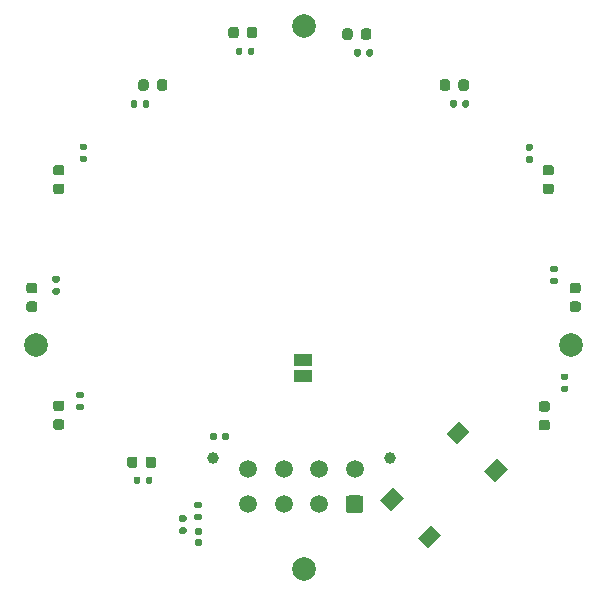
<source format=gbr>
%TF.GenerationSoftware,KiCad,Pcbnew,(5.1.10)-1*%
%TF.CreationDate,2021-10-31T13:05:10-04:00*%
%TF.ProjectId,CAN_Gauge,43414e5f-4761-4756-9765-2e6b69636164,rev?*%
%TF.SameCoordinates,Original*%
%TF.FileFunction,Soldermask,Bot*%
%TF.FilePolarity,Negative*%
%FSLAX46Y46*%
G04 Gerber Fmt 4.6, Leading zero omitted, Abs format (unit mm)*
G04 Created by KiCad (PCBNEW (5.1.10)-1) date 2021-10-31 13:05:10*
%MOMM*%
%LPD*%
G01*
G04 APERTURE LIST*
%ADD10C,0.100000*%
%ADD11R,1.500000X1.000000*%
%ADD12C,1.500000*%
%ADD13C,1.000000*%
%ADD14C,2.000000*%
G04 APERTURE END LIST*
D10*
%TO.C,SW1*%
G36*
X144059829Y-113835713D02*
G01*
X144979068Y-114754952D01*
X143883053Y-115850967D01*
X142963814Y-114931728D01*
X144059829Y-113835713D01*
G37*
G36*
X140877848Y-110653732D02*
G01*
X141797087Y-111572971D01*
X140701072Y-112668986D01*
X139781833Y-111749747D01*
X140877848Y-110653732D01*
G37*
G36*
X146499347Y-105032233D02*
G01*
X147418586Y-105951472D01*
X146322571Y-107047487D01*
X145403332Y-106128248D01*
X146499347Y-105032233D01*
G37*
G36*
X149681328Y-108214214D02*
G01*
X150600567Y-109133453D01*
X149504552Y-110229468D01*
X148585313Y-109310229D01*
X149681328Y-108214214D01*
G37*
%TD*%
D11*
%TO.C,JP1*%
X133240500Y-99926000D03*
X133240500Y-101226000D03*
%TD*%
%TO.C,R5*%
G36*
G01*
X123265500Y-113592500D02*
X122895500Y-113592500D01*
G75*
G02*
X122760500Y-113457500I0J135000D01*
G01*
X122760500Y-113187500D01*
G75*
G02*
X122895500Y-113052500I135000J0D01*
G01*
X123265500Y-113052500D01*
G75*
G02*
X123400500Y-113187500I0J-135000D01*
G01*
X123400500Y-113457500D01*
G75*
G02*
X123265500Y-113592500I-135000J0D01*
G01*
G37*
G36*
G01*
X123265500Y-114612500D02*
X122895500Y-114612500D01*
G75*
G02*
X122760500Y-114477500I0J135000D01*
G01*
X122760500Y-114207500D01*
G75*
G02*
X122895500Y-114072500I135000J0D01*
G01*
X123265500Y-114072500D01*
G75*
G02*
X123400500Y-114207500I0J-135000D01*
G01*
X123400500Y-114477500D01*
G75*
G02*
X123265500Y-114612500I-135000J0D01*
G01*
G37*
%TD*%
%TO.C,C6*%
G36*
G01*
X124244000Y-115084000D02*
X124584000Y-115084000D01*
G75*
G02*
X124724000Y-115224000I0J-140000D01*
G01*
X124724000Y-115504000D01*
G75*
G02*
X124584000Y-115644000I-140000J0D01*
G01*
X124244000Y-115644000D01*
G75*
G02*
X124104000Y-115504000I0J140000D01*
G01*
X124104000Y-115224000D01*
G75*
G02*
X124244000Y-115084000I140000J0D01*
G01*
G37*
G36*
G01*
X124244000Y-114124000D02*
X124584000Y-114124000D01*
G75*
G02*
X124724000Y-114264000I0J-140000D01*
G01*
X124724000Y-114544000D01*
G75*
G02*
X124584000Y-114684000I-140000J0D01*
G01*
X124244000Y-114684000D01*
G75*
G02*
X124104000Y-114544000I0J140000D01*
G01*
X124104000Y-114264000D01*
G75*
G02*
X124244000Y-114124000I140000J0D01*
G01*
G37*
%TD*%
D12*
%TO.C,J2*%
X128622000Y-109118000D03*
X131622000Y-109118000D03*
X134622000Y-109118000D03*
X137622000Y-109118000D03*
X128622000Y-112118000D03*
X131622000Y-112118000D03*
X134622000Y-112118000D03*
G36*
G01*
X138372000Y-111618000D02*
X138372000Y-112618000D01*
G75*
G02*
X138122000Y-112868000I-250000J0D01*
G01*
X137122000Y-112868000D01*
G75*
G02*
X136872000Y-112618000I0J250000D01*
G01*
X136872000Y-111618000D01*
G75*
G02*
X137122000Y-111368000I250000J0D01*
G01*
X138122000Y-111368000D01*
G75*
G02*
X138372000Y-111618000I0J-250000D01*
G01*
G37*
D13*
X125622000Y-108178000D03*
X140622000Y-108178000D03*
%TD*%
D14*
%TO.C,H4*%
X133304000Y-71592000D03*
%TD*%
%TO.C,R30*%
G36*
G01*
X114566000Y-103115000D02*
X114196000Y-103115000D01*
G75*
G02*
X114061000Y-102980000I0J135000D01*
G01*
X114061000Y-102710000D01*
G75*
G02*
X114196000Y-102575000I135000J0D01*
G01*
X114566000Y-102575000D01*
G75*
G02*
X114701000Y-102710000I0J-135000D01*
G01*
X114701000Y-102980000D01*
G75*
G02*
X114566000Y-103115000I-135000J0D01*
G01*
G37*
G36*
G01*
X114566000Y-104135000D02*
X114196000Y-104135000D01*
G75*
G02*
X114061000Y-104000000I0J135000D01*
G01*
X114061000Y-103730000D01*
G75*
G02*
X114196000Y-103595000I135000J0D01*
G01*
X114566000Y-103595000D01*
G75*
G02*
X114701000Y-103730000I0J-135000D01*
G01*
X114701000Y-104000000D01*
G75*
G02*
X114566000Y-104135000I-135000J0D01*
G01*
G37*
%TD*%
%TO.C,D11*%
G36*
G01*
X112835479Y-104216158D02*
X112322979Y-104216158D01*
G75*
G02*
X112104229Y-103997408I0J218750D01*
G01*
X112104229Y-103559908D01*
G75*
G02*
X112322979Y-103341158I218750J0D01*
G01*
X112835479Y-103341158D01*
G75*
G02*
X113054229Y-103559908I0J-218750D01*
G01*
X113054229Y-103997408D01*
G75*
G02*
X112835479Y-104216158I-218750J0D01*
G01*
G37*
G36*
G01*
X112835479Y-105791158D02*
X112322979Y-105791158D01*
G75*
G02*
X112104229Y-105572408I0J218750D01*
G01*
X112104229Y-105134908D01*
G75*
G02*
X112322979Y-104916158I218750J0D01*
G01*
X112835479Y-104916158D01*
G75*
G02*
X113054229Y-105134908I0J-218750D01*
G01*
X113054229Y-105572408D01*
G75*
G02*
X112835479Y-105791158I-218750J0D01*
G01*
G37*
%TD*%
%TO.C,R29*%
G36*
G01*
X112534000Y-93336000D02*
X112164000Y-93336000D01*
G75*
G02*
X112029000Y-93201000I0J135000D01*
G01*
X112029000Y-92931000D01*
G75*
G02*
X112164000Y-92796000I135000J0D01*
G01*
X112534000Y-92796000D01*
G75*
G02*
X112669000Y-92931000I0J-135000D01*
G01*
X112669000Y-93201000D01*
G75*
G02*
X112534000Y-93336000I-135000J0D01*
G01*
G37*
G36*
G01*
X112534000Y-94356000D02*
X112164000Y-94356000D01*
G75*
G02*
X112029000Y-94221000I0J135000D01*
G01*
X112029000Y-93951000D01*
G75*
G02*
X112164000Y-93816000I135000J0D01*
G01*
X112534000Y-93816000D01*
G75*
G02*
X112669000Y-93951000I0J-135000D01*
G01*
X112669000Y-94221000D01*
G75*
G02*
X112534000Y-94356000I-135000J0D01*
G01*
G37*
%TD*%
%TO.C,R21*%
G36*
G01*
X114845400Y-82109200D02*
X114475400Y-82109200D01*
G75*
G02*
X114340400Y-81974200I0J135000D01*
G01*
X114340400Y-81704200D01*
G75*
G02*
X114475400Y-81569200I135000J0D01*
G01*
X114845400Y-81569200D01*
G75*
G02*
X114980400Y-81704200I0J-135000D01*
G01*
X114980400Y-81974200D01*
G75*
G02*
X114845400Y-82109200I-135000J0D01*
G01*
G37*
G36*
G01*
X114845400Y-83129200D02*
X114475400Y-83129200D01*
G75*
G02*
X114340400Y-82994200I0J135000D01*
G01*
X114340400Y-82724200D01*
G75*
G02*
X114475400Y-82589200I135000J0D01*
G01*
X114845400Y-82589200D01*
G75*
G02*
X114980400Y-82724200I0J-135000D01*
G01*
X114980400Y-82994200D01*
G75*
G02*
X114845400Y-83129200I-135000J0D01*
G01*
G37*
%TD*%
%TO.C,D9*%
G36*
G01*
X110047750Y-94942000D02*
X110560250Y-94942000D01*
G75*
G02*
X110779000Y-95160750I0J-218750D01*
G01*
X110779000Y-95598250D01*
G75*
G02*
X110560250Y-95817000I-218750J0D01*
G01*
X110047750Y-95817000D01*
G75*
G02*
X109829000Y-95598250I0J218750D01*
G01*
X109829000Y-95160750D01*
G75*
G02*
X110047750Y-94942000I218750J0D01*
G01*
G37*
G36*
G01*
X110047750Y-93367000D02*
X110560250Y-93367000D01*
G75*
G02*
X110779000Y-93585750I0J-218750D01*
G01*
X110779000Y-94023250D01*
G75*
G02*
X110560250Y-94242000I-218750J0D01*
G01*
X110047750Y-94242000D01*
G75*
G02*
X109829000Y-94023250I0J218750D01*
G01*
X109829000Y-93585750D01*
G75*
G02*
X110047750Y-93367000I218750J0D01*
G01*
G37*
%TD*%
%TO.C,D8*%
G36*
G01*
X112835479Y-84267842D02*
X112322979Y-84267842D01*
G75*
G02*
X112104229Y-84049092I0J218750D01*
G01*
X112104229Y-83611592D01*
G75*
G02*
X112322979Y-83392842I218750J0D01*
G01*
X112835479Y-83392842D01*
G75*
G02*
X113054229Y-83611592I0J-218750D01*
G01*
X113054229Y-84049092D01*
G75*
G02*
X112835479Y-84267842I-218750J0D01*
G01*
G37*
G36*
G01*
X112835479Y-85842842D02*
X112322979Y-85842842D01*
G75*
G02*
X112104229Y-85624092I0J218750D01*
G01*
X112104229Y-85186592D01*
G75*
G02*
X112322979Y-84967842I218750J0D01*
G01*
X112835479Y-84967842D01*
G75*
G02*
X113054229Y-85186592I0J-218750D01*
G01*
X113054229Y-85624092D01*
G75*
G02*
X112835479Y-85842842I-218750J0D01*
G01*
G37*
%TD*%
%TO.C,D3*%
G36*
G01*
X154285021Y-84267842D02*
X153772521Y-84267842D01*
G75*
G02*
X153553771Y-84049092I0J218750D01*
G01*
X153553771Y-83611592D01*
G75*
G02*
X153772521Y-83392842I218750J0D01*
G01*
X154285021Y-83392842D01*
G75*
G02*
X154503771Y-83611592I0J-218750D01*
G01*
X154503771Y-84049092D01*
G75*
G02*
X154285021Y-84267842I-218750J0D01*
G01*
G37*
G36*
G01*
X154285021Y-85842842D02*
X153772521Y-85842842D01*
G75*
G02*
X153553771Y-85624092I0J218750D01*
G01*
X153553771Y-85186592D01*
G75*
G02*
X153772521Y-84967842I218750J0D01*
G01*
X154285021Y-84967842D01*
G75*
G02*
X154503771Y-85186592I0J-218750D01*
G01*
X154503771Y-85624092D01*
G75*
G02*
X154285021Y-85842842I-218750J0D01*
G01*
G37*
%TD*%
%TO.C,H3*%
X155954578Y-98585908D03*
%TD*%
%TO.C,D1*%
G36*
G01*
X153943750Y-104275000D02*
X153431250Y-104275000D01*
G75*
G02*
X153212500Y-104056250I0J218750D01*
G01*
X153212500Y-103618750D01*
G75*
G02*
X153431250Y-103400000I218750J0D01*
G01*
X153943750Y-103400000D01*
G75*
G02*
X154162500Y-103618750I0J-218750D01*
G01*
X154162500Y-104056250D01*
G75*
G02*
X153943750Y-104275000I-218750J0D01*
G01*
G37*
G36*
G01*
X153943750Y-105850000D02*
X153431250Y-105850000D01*
G75*
G02*
X153212500Y-105631250I0J218750D01*
G01*
X153212500Y-105193750D01*
G75*
G02*
X153431250Y-104975000I218750J0D01*
G01*
X153943750Y-104975000D01*
G75*
G02*
X154162500Y-105193750I0J-218750D01*
G01*
X154162500Y-105631250D01*
G75*
G02*
X153943750Y-105850000I-218750J0D01*
G01*
G37*
%TD*%
%TO.C,H2*%
X110653422Y-98585908D03*
%TD*%
%TO.C,H1*%
X133304000Y-117592000D03*
%TD*%
%TO.C,D10*%
G36*
G01*
X119238000Y-108305750D02*
X119238000Y-108818250D01*
G75*
G02*
X119019250Y-109037000I-218750J0D01*
G01*
X118581750Y-109037000D01*
G75*
G02*
X118363000Y-108818250I0J218750D01*
G01*
X118363000Y-108305750D01*
G75*
G02*
X118581750Y-108087000I218750J0D01*
G01*
X119019250Y-108087000D01*
G75*
G02*
X119238000Y-108305750I0J-218750D01*
G01*
G37*
G36*
G01*
X120813000Y-108305750D02*
X120813000Y-108818250D01*
G75*
G02*
X120594250Y-109037000I-218750J0D01*
G01*
X120156750Y-109037000D01*
G75*
G02*
X119938000Y-108818250I0J218750D01*
G01*
X119938000Y-108305750D01*
G75*
G02*
X120156750Y-108087000I218750J0D01*
G01*
X120594250Y-108087000D01*
G75*
G02*
X120813000Y-108305750I0J-218750D01*
G01*
G37*
%TD*%
%TO.C,R19*%
G36*
G01*
X119701000Y-78394000D02*
X119701000Y-78024000D01*
G75*
G02*
X119836000Y-77889000I135000J0D01*
G01*
X120106000Y-77889000D01*
G75*
G02*
X120241000Y-78024000I0J-135000D01*
G01*
X120241000Y-78394000D01*
G75*
G02*
X120106000Y-78529000I-135000J0D01*
G01*
X119836000Y-78529000D01*
G75*
G02*
X119701000Y-78394000I0J135000D01*
G01*
G37*
G36*
G01*
X118681000Y-78394000D02*
X118681000Y-78024000D01*
G75*
G02*
X118816000Y-77889000I135000J0D01*
G01*
X119086000Y-77889000D01*
G75*
G02*
X119221000Y-78024000I0J-135000D01*
G01*
X119221000Y-78394000D01*
G75*
G02*
X119086000Y-78529000I-135000J0D01*
G01*
X118816000Y-78529000D01*
G75*
G02*
X118681000Y-78394000I0J135000D01*
G01*
G37*
%TD*%
%TO.C,D7*%
G36*
G01*
X120190500Y-76360780D02*
X120190500Y-76873280D01*
G75*
G02*
X119971750Y-77092030I-218750J0D01*
G01*
X119534250Y-77092030D01*
G75*
G02*
X119315500Y-76873280I0J218750D01*
G01*
X119315500Y-76360780D01*
G75*
G02*
X119534250Y-76142030I218750J0D01*
G01*
X119971750Y-76142030D01*
G75*
G02*
X120190500Y-76360780I0J-218750D01*
G01*
G37*
G36*
G01*
X121765500Y-76360780D02*
X121765500Y-76873280D01*
G75*
G02*
X121546750Y-77092030I-218750J0D01*
G01*
X121109250Y-77092030D01*
G75*
G02*
X120890500Y-76873280I0J218750D01*
G01*
X120890500Y-76360780D01*
G75*
G02*
X121109250Y-76142030I218750J0D01*
G01*
X121546750Y-76142030D01*
G75*
G02*
X121765500Y-76360780I0J-218750D01*
G01*
G37*
%TD*%
%TO.C,R18*%
G36*
G01*
X129133000Y-73579000D02*
X129133000Y-73949000D01*
G75*
G02*
X128998000Y-74084000I-135000J0D01*
G01*
X128728000Y-74084000D01*
G75*
G02*
X128593000Y-73949000I0J135000D01*
G01*
X128593000Y-73579000D01*
G75*
G02*
X128728000Y-73444000I135000J0D01*
G01*
X128998000Y-73444000D01*
G75*
G02*
X129133000Y-73579000I0J-135000D01*
G01*
G37*
G36*
G01*
X128113000Y-73579000D02*
X128113000Y-73949000D01*
G75*
G02*
X127978000Y-74084000I-135000J0D01*
G01*
X127708000Y-74084000D01*
G75*
G02*
X127573000Y-73949000I0J135000D01*
G01*
X127573000Y-73579000D01*
G75*
G02*
X127708000Y-73444000I135000J0D01*
G01*
X127978000Y-73444000D01*
G75*
G02*
X128113000Y-73579000I0J-135000D01*
G01*
G37*
%TD*%
%TO.C,R17*%
G36*
G01*
X146270000Y-78024000D02*
X146270000Y-78394000D01*
G75*
G02*
X146135000Y-78529000I-135000J0D01*
G01*
X145865000Y-78529000D01*
G75*
G02*
X145730000Y-78394000I0J135000D01*
G01*
X145730000Y-78024000D01*
G75*
G02*
X145865000Y-77889000I135000J0D01*
G01*
X146135000Y-77889000D01*
G75*
G02*
X146270000Y-78024000I0J-135000D01*
G01*
G37*
G36*
G01*
X147290000Y-78024000D02*
X147290000Y-78394000D01*
G75*
G02*
X147155000Y-78529000I-135000J0D01*
G01*
X146885000Y-78529000D01*
G75*
G02*
X146750000Y-78394000I0J135000D01*
G01*
X146750000Y-78024000D01*
G75*
G02*
X146885000Y-77889000I135000J0D01*
G01*
X147155000Y-77889000D01*
G75*
G02*
X147290000Y-78024000I0J-135000D01*
G01*
G37*
%TD*%
%TO.C,R16*%
G36*
G01*
X138144000Y-73706000D02*
X138144000Y-74076000D01*
G75*
G02*
X138009000Y-74211000I-135000J0D01*
G01*
X137739000Y-74211000D01*
G75*
G02*
X137604000Y-74076000I0J135000D01*
G01*
X137604000Y-73706000D01*
G75*
G02*
X137739000Y-73571000I135000J0D01*
G01*
X138009000Y-73571000D01*
G75*
G02*
X138144000Y-73706000I0J-135000D01*
G01*
G37*
G36*
G01*
X139164000Y-73706000D02*
X139164000Y-74076000D01*
G75*
G02*
X139029000Y-74211000I-135000J0D01*
G01*
X138759000Y-74211000D01*
G75*
G02*
X138624000Y-74076000I0J135000D01*
G01*
X138624000Y-73706000D01*
G75*
G02*
X138759000Y-73571000I135000J0D01*
G01*
X139029000Y-73571000D01*
G75*
G02*
X139164000Y-73706000I0J-135000D01*
G01*
G37*
%TD*%
%TO.C,D6*%
G36*
G01*
X126944248Y-72428743D02*
X126944248Y-71916243D01*
G75*
G02*
X127162998Y-71697493I218750J0D01*
G01*
X127600498Y-71697493D01*
G75*
G02*
X127819248Y-71916243I0J-218750D01*
G01*
X127819248Y-72428743D01*
G75*
G02*
X127600498Y-72647493I-218750J0D01*
G01*
X127162998Y-72647493D01*
G75*
G02*
X126944248Y-72428743I0J218750D01*
G01*
G37*
G36*
G01*
X128519248Y-72428743D02*
X128519248Y-71916243D01*
G75*
G02*
X128737998Y-71697493I218750J0D01*
G01*
X129175498Y-71697493D01*
G75*
G02*
X129394248Y-71916243I0J-218750D01*
G01*
X129394248Y-72428743D01*
G75*
G02*
X129175498Y-72647493I-218750J0D01*
G01*
X128737998Y-72647493D01*
G75*
G02*
X128519248Y-72428743I0J218750D01*
G01*
G37*
%TD*%
%TO.C,D4*%
G36*
G01*
X146417500Y-76877750D02*
X146417500Y-76365250D01*
G75*
G02*
X146636250Y-76146500I218750J0D01*
G01*
X147073750Y-76146500D01*
G75*
G02*
X147292500Y-76365250I0J-218750D01*
G01*
X147292500Y-76877750D01*
G75*
G02*
X147073750Y-77096500I-218750J0D01*
G01*
X146636250Y-77096500D01*
G75*
G02*
X146417500Y-76877750I0J218750D01*
G01*
G37*
G36*
G01*
X144842500Y-76877750D02*
X144842500Y-76365250D01*
G75*
G02*
X145061250Y-76146500I218750J0D01*
G01*
X145498750Y-76146500D01*
G75*
G02*
X145717500Y-76365250I0J-218750D01*
G01*
X145717500Y-76877750D01*
G75*
G02*
X145498750Y-77096500I-218750J0D01*
G01*
X145061250Y-77096500D01*
G75*
G02*
X144842500Y-76877750I0J218750D01*
G01*
G37*
%TD*%
%TO.C,D5*%
G36*
G01*
X138162500Y-72559750D02*
X138162500Y-72047250D01*
G75*
G02*
X138381250Y-71828500I218750J0D01*
G01*
X138818750Y-71828500D01*
G75*
G02*
X139037500Y-72047250I0J-218750D01*
G01*
X139037500Y-72559750D01*
G75*
G02*
X138818750Y-72778500I-218750J0D01*
G01*
X138381250Y-72778500D01*
G75*
G02*
X138162500Y-72559750I0J218750D01*
G01*
G37*
G36*
G01*
X136587500Y-72559750D02*
X136587500Y-72047250D01*
G75*
G02*
X136806250Y-71828500I218750J0D01*
G01*
X137243750Y-71828500D01*
G75*
G02*
X137462500Y-72047250I0J-218750D01*
G01*
X137462500Y-72559750D01*
G75*
G02*
X137243750Y-72778500I-218750J0D01*
G01*
X136806250Y-72778500D01*
G75*
G02*
X136587500Y-72559750I0J218750D01*
G01*
G37*
%TD*%
%TO.C,R4*%
G36*
G01*
X124165500Y-112931500D02*
X124535500Y-112931500D01*
G75*
G02*
X124670500Y-113066500I0J-135000D01*
G01*
X124670500Y-113336500D01*
G75*
G02*
X124535500Y-113471500I-135000J0D01*
G01*
X124165500Y-113471500D01*
G75*
G02*
X124030500Y-113336500I0J135000D01*
G01*
X124030500Y-113066500D01*
G75*
G02*
X124165500Y-112931500I135000J0D01*
G01*
G37*
G36*
G01*
X124165500Y-111911500D02*
X124535500Y-111911500D01*
G75*
G02*
X124670500Y-112046500I0J-135000D01*
G01*
X124670500Y-112316500D01*
G75*
G02*
X124535500Y-112451500I-135000J0D01*
G01*
X124165500Y-112451500D01*
G75*
G02*
X124030500Y-112316500I0J135000D01*
G01*
X124030500Y-112046500D01*
G75*
G02*
X124165500Y-111911500I135000J0D01*
G01*
G37*
%TD*%
%TO.C,R9*%
G36*
G01*
X119475000Y-109901000D02*
X119475000Y-110271000D01*
G75*
G02*
X119340000Y-110406000I-135000J0D01*
G01*
X119070000Y-110406000D01*
G75*
G02*
X118935000Y-110271000I0J135000D01*
G01*
X118935000Y-109901000D01*
G75*
G02*
X119070000Y-109766000I135000J0D01*
G01*
X119340000Y-109766000D01*
G75*
G02*
X119475000Y-109901000I0J-135000D01*
G01*
G37*
G36*
G01*
X120495000Y-109901000D02*
X120495000Y-110271000D01*
G75*
G02*
X120360000Y-110406000I-135000J0D01*
G01*
X120090000Y-110406000D01*
G75*
G02*
X119955000Y-110271000I0J135000D01*
G01*
X119955000Y-109901000D01*
G75*
G02*
X120090000Y-109766000I135000J0D01*
G01*
X120360000Y-109766000D01*
G75*
G02*
X120495000Y-109901000I0J-135000D01*
G01*
G37*
%TD*%
%TO.C,R8*%
G36*
G01*
X154698000Y-92447000D02*
X154328000Y-92447000D01*
G75*
G02*
X154193000Y-92312000I0J135000D01*
G01*
X154193000Y-92042000D01*
G75*
G02*
X154328000Y-91907000I135000J0D01*
G01*
X154698000Y-91907000D01*
G75*
G02*
X154833000Y-92042000I0J-135000D01*
G01*
X154833000Y-92312000D01*
G75*
G02*
X154698000Y-92447000I-135000J0D01*
G01*
G37*
G36*
G01*
X154698000Y-93467000D02*
X154328000Y-93467000D01*
G75*
G02*
X154193000Y-93332000I0J135000D01*
G01*
X154193000Y-93062000D01*
G75*
G02*
X154328000Y-92927000I135000J0D01*
G01*
X154698000Y-92927000D01*
G75*
G02*
X154833000Y-93062000I0J-135000D01*
G01*
X154833000Y-93332000D01*
G75*
G02*
X154698000Y-93467000I-135000J0D01*
G01*
G37*
%TD*%
%TO.C,R7*%
G36*
G01*
X152602500Y-82160000D02*
X152232500Y-82160000D01*
G75*
G02*
X152097500Y-82025000I0J135000D01*
G01*
X152097500Y-81755000D01*
G75*
G02*
X152232500Y-81620000I135000J0D01*
G01*
X152602500Y-81620000D01*
G75*
G02*
X152737500Y-81755000I0J-135000D01*
G01*
X152737500Y-82025000D01*
G75*
G02*
X152602500Y-82160000I-135000J0D01*
G01*
G37*
G36*
G01*
X152602500Y-83180000D02*
X152232500Y-83180000D01*
G75*
G02*
X152097500Y-83045000I0J135000D01*
G01*
X152097500Y-82775000D01*
G75*
G02*
X152232500Y-82640000I135000J0D01*
G01*
X152602500Y-82640000D01*
G75*
G02*
X152737500Y-82775000I0J-135000D01*
G01*
X152737500Y-83045000D01*
G75*
G02*
X152602500Y-83180000I-135000J0D01*
G01*
G37*
%TD*%
%TO.C,R3*%
G36*
G01*
X125952000Y-106192600D02*
X125952000Y-106562600D01*
G75*
G02*
X125817000Y-106697600I-135000J0D01*
G01*
X125547000Y-106697600D01*
G75*
G02*
X125412000Y-106562600I0J135000D01*
G01*
X125412000Y-106192600D01*
G75*
G02*
X125547000Y-106057600I135000J0D01*
G01*
X125817000Y-106057600D01*
G75*
G02*
X125952000Y-106192600I0J-135000D01*
G01*
G37*
G36*
G01*
X126972000Y-106192600D02*
X126972000Y-106562600D01*
G75*
G02*
X126837000Y-106697600I-135000J0D01*
G01*
X126567000Y-106697600D01*
G75*
G02*
X126432000Y-106562600I0J135000D01*
G01*
X126432000Y-106192600D01*
G75*
G02*
X126567000Y-106057600I135000J0D01*
G01*
X126837000Y-106057600D01*
G75*
G02*
X126972000Y-106192600I0J-135000D01*
G01*
G37*
%TD*%
%TO.C,R2*%
G36*
G01*
X155587000Y-101591000D02*
X155217000Y-101591000D01*
G75*
G02*
X155082000Y-101456000I0J135000D01*
G01*
X155082000Y-101186000D01*
G75*
G02*
X155217000Y-101051000I135000J0D01*
G01*
X155587000Y-101051000D01*
G75*
G02*
X155722000Y-101186000I0J-135000D01*
G01*
X155722000Y-101456000D01*
G75*
G02*
X155587000Y-101591000I-135000J0D01*
G01*
G37*
G36*
G01*
X155587000Y-102611000D02*
X155217000Y-102611000D01*
G75*
G02*
X155082000Y-102476000I0J135000D01*
G01*
X155082000Y-102206000D01*
G75*
G02*
X155217000Y-102071000I135000J0D01*
G01*
X155587000Y-102071000D01*
G75*
G02*
X155722000Y-102206000I0J-135000D01*
G01*
X155722000Y-102476000D01*
G75*
G02*
X155587000Y-102611000I-135000J0D01*
G01*
G37*
%TD*%
%TO.C,D2*%
G36*
G01*
X156047750Y-94942000D02*
X156560250Y-94942000D01*
G75*
G02*
X156779000Y-95160750I0J-218750D01*
G01*
X156779000Y-95598250D01*
G75*
G02*
X156560250Y-95817000I-218750J0D01*
G01*
X156047750Y-95817000D01*
G75*
G02*
X155829000Y-95598250I0J218750D01*
G01*
X155829000Y-95160750D01*
G75*
G02*
X156047750Y-94942000I218750J0D01*
G01*
G37*
G36*
G01*
X156047750Y-93367000D02*
X156560250Y-93367000D01*
G75*
G02*
X156779000Y-93585750I0J-218750D01*
G01*
X156779000Y-94023250D01*
G75*
G02*
X156560250Y-94242000I-218750J0D01*
G01*
X156047750Y-94242000D01*
G75*
G02*
X155829000Y-94023250I0J218750D01*
G01*
X155829000Y-93585750D01*
G75*
G02*
X156047750Y-93367000I218750J0D01*
G01*
G37*
%TD*%
M02*

</source>
